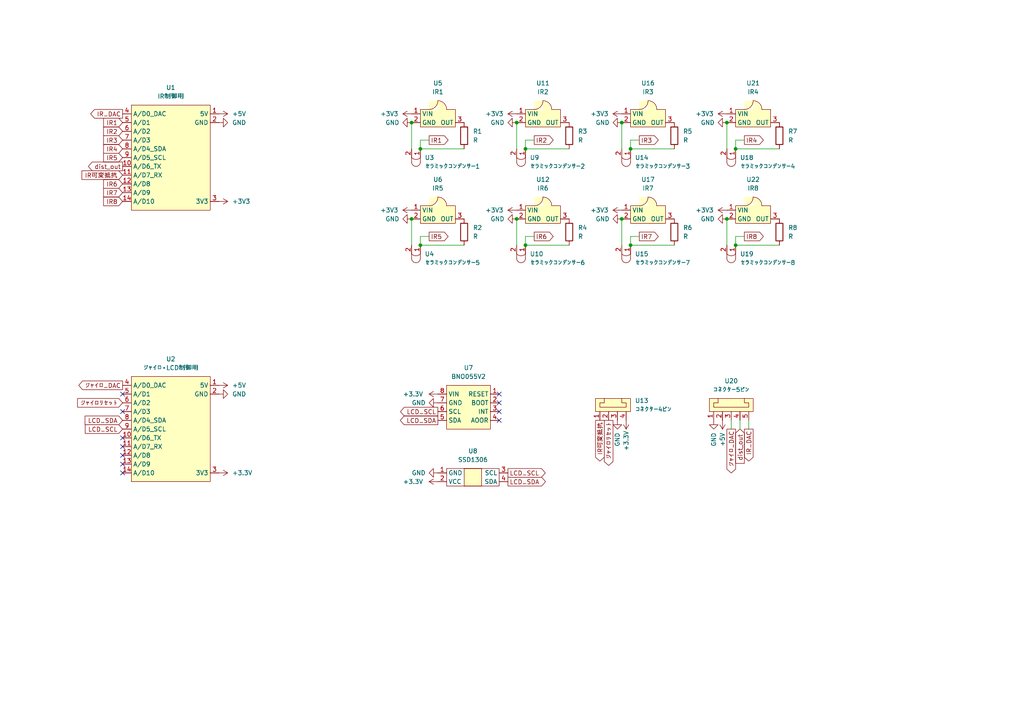
<source format=kicad_sch>
(kicad_sch (version 20211123) (generator eeschema)
  (paper "A4")
  (title_block (title "IR・ジャイロ・LCD用基板") (date "9/15") (rev "中村晟乃") (company "福岡県立宗像中学校"))
  (lib_symbols
    (symbol "Device:R" (pin_numbers hide) (pin_names (offset 0))
      (property "Reference" "R" (at 2.032 0 90))
      (property "Value" "R" (at 0 0 90))
      (symbol "R_0_1"
        (rectangle (start -1.016 -2.54) (end 1.016 2.54) (stroke (width 0.254)))
      )
      (symbol "R_1_1"
        (pin passive line (at 0 3.81 270) (length 1.27) (name "~") (number "1"))
        (pin passive line (at 0 -3.81 90) (length 1.27) (name "~") (number "2"))
      )
    )
    (symbol "power:+3.3V" (power) (pin_names (offset 0))
      (property "Value" "+3.3V" (at 0 3.556 0))
      (symbol "+3.3V_0_1"
        (polyline (pts (xy -0.762 1.27) (xy 0 2.54)))
        (polyline (pts (xy 0 0) (xy 0 2.54)))
        (polyline (pts (xy 0 2.54) (xy 0.762 1.27)))
      )
      (symbol "+3.3V_1_1"
        (pin power_in line (at 0 0 90) (length 0) hide (name "+3.3V") (number "1"))
      )
    )
    (symbol "power:+3V3" (power) (pin_names (offset 0))
      (property "Value" "+3V3" (at 0 3.556 0))
      (symbol "+3V3_0_1"
        (polyline (pts (xy -0.762 1.27) (xy 0 2.54)))
        (polyline (pts (xy 0 0) (xy 0 2.54)))
        (polyline (pts (xy 0 2.54) (xy 0.762 1.27)))
      )
      (symbol "+3V3_1_1"
        (pin power_in line (at 0 0 90) (length 0) hide (name "+3V3") (number "1"))
      )
    )
    (symbol "power:+5V" (power) (pin_names (offset 0))
      (property "Value" "+5V" (at 0 3.556 0))
      (symbol "+5V_0_1"
        (polyline (pts (xy -0.762 1.27) (xy 0 2.54)))
        (polyline (pts (xy 0 0) (xy 0 2.54)))
        (polyline (pts (xy 0 2.54) (xy 0.762 1.27)))
      )
      (symbol "+5V_1_1"
        (pin power_in line (at 0 0 90) (length 0) hide (name "+5V") (number "1"))
      )
    )
    (symbol "power:GND" (power) (pin_names (offset 0))
      (property "Value" "GND" (at 0 -3.81 0))
      (symbol "GND_0_1"
        (polyline (pts (xy 0 0) (xy 0 -1.27) (xy 1.27 -1.27) (xy 0 -2.54) (xy -1.27 -1.27) (xy 0 -1.27)))
      )
      (symbol "GND_1_1"
        (pin power_in line (at 0 0 270) (length 0) hide (name "GND") (number "1"))
      )
    )
    (symbol "自分のシンボルエディター:BNO055V2"
      (property "Reference" "U" (at 6.35 -1.27 0))
      (property "Value" "BNO055V2" (at 0 -1.27 0))
      (symbol "BNO055V2_0_1"
        (rectangle (start -6.35 -2.54) (end 6.35 -15.24) (fill (type background)))
      )
      (symbol "BNO055V2_1_1"
        (pin input line (at 8.89 -5.08 180) (length 2.54) (name "RESET") (number "1"))
        (pin input line (at 8.89 -7.62 180) (length 2.54) (name "BOOT") (number "2"))
        (pin input line (at 8.89 -10.16 180) (length 2.54) (name "INT") (number "3"))
        (pin input line (at 8.89 -12.7 180) (length 2.54) (name "AOOR") (number "4"))
        (pin input line (at -8.89 -12.7 0) (length 2.54) (name "SDA") (number "5"))
        (pin input line (at -8.89 -10.16 0) (length 2.54) (name "SCL") (number "6"))
        (pin input line (at -8.89 -7.62 0) (length 2.54) (name "GND") (number "7"))
        (pin input line (at -8.89 -5.08 0) (length 2.54) (name "VIN") (number "8"))
      )
    )
    (symbol "自分のシンボルエディター:IR素子"
      (property "Reference" "U" (at 3.81 0 0))
      (property "Value" "IR素子" (at 0 0 0))
      (symbol "IR素子_0_1"
        (arc (start -2.54 -3.81) (mid 1.7961 -5.6061) (end 0 -1.27) (fill (type background)))
        (polyline (pts (xy 2.54 -3.81) (xy 5.08 -3.81) (xy 5.08 -8.89) (xy -5.08 -8.89) (xy -5.08 -3.81) (xy -2.54 -3.81)) (fill (type background)))
        (arc (start 2.5398 -3.8102) (mid 1.7959 -2.0141) (end -0.0002 -1.2702) (fill (type background)))
      )
      (symbol "IR素子_1_1"
        (pin input line (at -7.62 -5.08 0) (length 2.54) (name "VIN") (number "1"))
        (pin input line (at -7.62 -7.62 0) (length 2.54) (name "GND") (number "2"))
        (pin input line (at 7.62 -7.62 180) (length 2.54) (name "OUT") (number "3"))
      )
    )
    (symbol "自分のシンボルエディター:SSD1306"
      (property "Reference" "U" (at 6.35 0 0))
      (property "Value" "SSD1306" (at 0 0 0))
      (symbol "SSD1306_0_1"
        (rectangle (start -2.54 -1.27) (end 2.54 -6.35) (fill (type background)))
        (polyline (pts (xy -7.62 -6.35) (xy -7.62 -1.27) (xy 7.62 -1.27) (xy 7.62 -6.35) (xy -3.81 -6.35) (xy -7.62 -6.35)))
      )
      (symbol "SSD1306_1_1"
        (pin input line (at -10.16 -2.54 0) (length 2.54) (name "GND") (number "1"))
        (pin input line (at -10.16 -5.08 0) (length 2.54) (name "VCC") (number "2"))
        (pin input line (at 10.16 -2.54 180) (length 2.54) (name "SCL") (number "3"))
        (pin input line (at 10.16 -5.08 180) (length 2.54) (name "SDA") (number "4"))
      )
    )
    (symbol "自分のシンボルエディター:seeeduino-xiaoマイコン"
      (property "Reference" "U" (at 11.43 0 0))
      (property "Value" "seeeduino-xiaoマイコン" (at 0 0 0))
      (symbol "seeeduino-xiaoマイコン_0_1"
        (rectangle (start -11.43 -1.27) (end 11.43 -31.75) (fill (type background)))
      )
      (symbol "seeeduino-xiaoマイコン_1_1"
        (pin input line (at 13.97 -3.81 180) (length 2.54) (name "5V") (number "1"))
        (pin input line (at -13.97 -19.05 0) (length 2.54) (name "A/D6_TX") (number "10"))
        (pin input line (at -13.97 -21.59 0) (length 2.54) (name "A/D7_RX") (number "11"))
        (pin input line (at -13.97 -24.13 0) (length 2.54) (name "A/D8") (number "12"))
        (pin input line (at -13.97 -26.67 0) (length 2.54) (name "A/D9") (number "13"))
        (pin input line (at -13.97 -29.21 0) (length 2.54) (name "A/D10") (number "14"))
        (pin input line (at 13.97 -6.35 180) (length 2.54) (name "GND") (number "2"))
        (pin input line (at 13.97 -29.21 180) (length 2.54) (name "3V3") (number "3"))
        (pin input line (at -13.97 -3.81 0) (length 2.54) (name "A/D0_DAC") (number "4"))
        (pin input line (at -13.97 -6.35 0) (length 2.54) (name "A/D1") (number "5"))
        (pin input line (at -13.97 -8.89 0) (length 2.54) (name "A/D2") (number "6"))
        (pin input line (at -13.97 -11.43 0) (length 2.54) (name "A/D3") (number "7"))
        (pin input line (at -13.97 -13.97 0) (length 2.54) (name "A/D4_SDA") (number "8"))
        (pin input line (at -13.97 -16.51 0) (length 2.54) (name "A/D5_SCL") (number "9"))
      )
    )
    (symbol "自分のシンボルエディター:コネクター4ピン"
      (property "Reference" "U" (at 6.35 0 0))
      (property "Value" "コネクター4ピン" (at 0 0 0))
      (symbol "コネクター4ピン_0_1"
        (rectangle (start -5.08 -1.27) (end 5.08 -5.08) (fill (type background)))
        (polyline (pts (xy -2.54 -2.54) (xy -2.54 -1.27)))
        (polyline (pts (xy -2.54 -2.54) (xy -3.81 -2.54) (xy -3.81 -3.81) (xy 3.81 -3.81) (xy 3.81 -2.54) (xy 2.54 -2.54) (xy 2.54 -1.27)))
      )
      (symbol "コネクター4ピン_1_1"
        (pin input line (at -3.81 -7.62 90) (length 2.54) (name "") (number "1"))
        (pin input line (at -1.27 -7.62 90) (length 2.54) (name "") (number "2"))
        (pin input line (at 1.27 -7.62 90) (length 2.54) (name "") (number "3"))
        (pin input line (at 3.81 -7.62 90) (length 2.54) (name "") (number "4"))
      )
    )
    (symbol "自分のシンボルエディター:コネクター5ピン"
      (property "Reference" "U" (at 6.35 0 0))
      (property "Value" "コネクター5ピン" (at 0 0 0))
      (symbol "コネクター5ピン_0_1"
        (rectangle (start -6.35 -1.27) (end 6.35 -5.08) (fill (type background)))
        (polyline (pts (xy -3.81 -2.54) (xy -3.81 -1.27)))
        (polyline (pts (xy -3.81 -2.54) (xy -5.08 -2.54) (xy -5.08 -3.81) (xy 5.08 -3.81) (xy 5.08 -2.54) (xy 3.81 -2.54) (xy 3.81 -1.27)))
      )
      (symbol "コネクター5ピン_1_1"
        (pin input line (at -5.08 -7.62 90) (length 2.54) (name "") (number "1"))
        (pin input line (at -2.54 -7.62 90) (length 2.54) (name "") (number "2"))
        (pin input line (at 0 -7.62 90) (length 2.54) (name "") (number "3"))
        (pin input line (at 2.54 -7.62 90) (length 2.54) (name "") (number "4"))
        (pin input line (at 5.08 -7.62 90) (length 2.54) (name "") (number "5"))
      )
    )
    (symbol "自分のシンボルエディター:セラミックコンデンサー"
      (property "Reference" "U" (at 8.89 0 0))
      (property "Value" "セラミックコンデンサー" (at 0 0 0))
      (symbol "セラミックコンデンサー_0_1"
        (arc (start 0 -1.27) (mid -0.898 -1.642) (end -1.27 -2.54))
        (polyline (pts (xy -1.27 -2.54) (xy -1.27 -3.81)))
        (polyline (pts (xy 1.27 -2.54) (xy 1.27 -3.81)))
        (arc (start 1.27 -3.81) (mid 0 -3.284) (end -1.27 -3.81))
        (arc (start 1.2701 -2.5399) (mid 0.8981 -1.6419) (end 0.0001 -1.2699))
      )
      (symbol "セラミックコンデンサー_1_1"
        (pin input line (at -1.27 -6.35 90) (length 2.54) (name "") (number "1"))
        (pin input line (at 1.27 -6.35 90) (length 2.54) (name "") (number "2"))
      )
    )
  )
  (junction (at 210.82 35.56))
  (junction (at 210.82 63.5))
  (junction (at 119.38 35.56))
  (junction (at 213.36 71.12))
  (junction (at 119.38 63.5))
  (junction (at 182.88 43.18))
  (junction (at 182.88 71.12))
  (junction (at 149.86 35.56))
  (junction (at 213.36 43.18))
  (junction (at 149.86 63.5))
  (junction (at 121.92 71.12))
  (junction (at 152.4 43.18))
  (junction (at 152.4 71.12))
  (junction (at 180.34 35.56))
  (junction (at 180.34 63.5))
  (junction (at 121.92 43.18))
  (no_connect (at 35.56 119.38))
  (no_connect (at 144.78 121.92))
  (no_connect (at 35.56 114.3))
  (no_connect (at 144.78 114.3))
  (no_connect (at 35.56 132.08))
  (no_connect (at 35.56 129.54))
  (no_connect (at 35.56 134.62))
  (no_connect (at 35.56 137.16))
  (no_connect (at 35.56 127))
  (no_connect (at 144.78 116.84))
  (no_connect (at 144.78 119.38))
  (wire (pts (xy 182.88 71.12) (xy 195.58 71.12)))
  (wire (pts (xy 154.94 40.64) (xy 152.4 40.64)))
  (wire (pts (xy 215.9 68.58) (xy 213.36 68.58)))
  (wire (pts (xy 124.46 68.58) (xy 121.92 68.58)))
  (wire (pts (xy 210.82 63.5) (xy 210.82 71.12)))
  (wire (pts (xy 214.63 124.46) (xy 214.63 121.92)))
  (wire (pts (xy 213.36 40.64) (xy 213.36 43.18)))
  (wire (pts (xy 149.86 35.56) (xy 149.86 43.18)))
  (wire (pts (xy 182.88 43.18) (xy 195.58 43.18)))
  (wire (pts (xy 182.88 68.58) (xy 182.88 71.12)))
  (wire (pts (xy 213.36 43.18) (xy 226.06 43.18)))
  (wire (pts (xy 121.92 40.64) (xy 121.92 43.18)))
  (wire (pts (xy 185.42 68.58) (xy 182.88 68.58)))
  (wire (pts (xy 152.4 40.64) (xy 152.4 43.18)))
  (wire (pts (xy 152.4 71.12) (xy 165.1 71.12)))
  (wire (pts (xy 182.88 40.64) (xy 182.88 43.18)))
  (wire (pts (xy 212.09 124.46) (xy 212.09 121.92)))
  (wire (pts (xy 124.46 40.64) (xy 121.92 40.64)))
  (wire (pts (xy 180.34 35.56) (xy 180.34 43.18)))
  (wire (pts (xy 152.4 43.18) (xy 165.1 43.18)))
  (wire (pts (xy 185.42 40.64) (xy 182.88 40.64)))
  (wire (pts (xy 119.38 35.56) (xy 119.38 43.18)))
  (wire (pts (xy 121.92 71.12) (xy 134.62 71.12)))
  (wire (pts (xy 180.34 63.5) (xy 180.34 71.12)))
  (wire (pts (xy 152.4 68.58) (xy 152.4 71.12)))
  (wire (pts (xy 213.36 71.12) (xy 226.06 71.12)))
  (wire (pts (xy 119.38 63.5) (xy 119.38 71.12)))
  (wire (pts (xy 154.94 68.58) (xy 152.4 68.58)))
  (wire (pts (xy 210.82 35.56) (xy 210.82 43.18)))
  (wire (pts (xy 217.17 124.46) (xy 217.17 121.92)))
  (wire (pts (xy 215.9 40.64) (xy 213.36 40.64)))
  (wire (pts (xy 149.86 63.5) (xy 149.86 71.12)))
  (wire (pts (xy 121.92 68.58) (xy 121.92 71.12)))
  (wire (pts (xy 213.36 68.58) (xy 213.36 71.12)))
  (wire (pts (xy 121.92 43.18) (xy 134.62 43.18)))
  (global_label "ジャイロ＿DAC" (shape output) (at 212.09 124.46 270) (property "Intersheet References" "${INTERSHEET_REFS}" (effects hide)))
  (global_label "IR3" (shape input) (at 35.56 40.64 180) (property "Intersheet References" "${INTERSHEET_REFS}" (effects hide)))
  (global_label "IR8" (shape input) (at 35.56 58.42 180) (property "Intersheet References" "${INTERSHEET_REFS}" (effects hide)))
  (global_label "IR4" (shape input) (at 35.56 43.18 180) (property "Intersheet References" "${INTERSHEET_REFS}" (effects hide)))
  (global_label "IR5" (shape output) (at 124.46 68.58 0) (property "Intersheet References" "${INTERSHEET_REFS}" (effects hide)))
  (global_label "ジャイロ＿DAC" (shape output) (at 35.56 111.76 180) (property "Intersheet References" "${INTERSHEET_REFS}" (effects hide)))
  (global_label "IR7" (shape output) (at 185.42 68.58 0) (property "Intersheet References" "${INTERSHEET_REFS}" (effects hide)))
  (global_label "IR1" (shape input) (at 35.56 35.56 180) (property "Intersheet References" "${INTERSHEET_REFS}" (effects hide)))
  (global_label "IR1" (shape output) (at 124.46 40.64 0) (property "Intersheet References" "${INTERSHEET_REFS}" (effects hide)))
  (global_label "LCD＿SCL" (shape input) (at 35.56 124.46 180) (property "Intersheet References" "${INTERSHEET_REFS}" (effects hide)))
  (global_label "LCD＿SCL" (shape output) (at 127 119.38 180) (property "Intersheet References" "${INTERSHEET_REFS}" (effects hide)))
  (global_label "IR＿DAC" (shape output) (at 217.17 124.46 270) (property "Intersheet References" "${INTERSHEET_REFS}" (effects hide)))
  (global_label "dist_out" (shape output) (at 35.56 48.26 180) (property "Intersheet References" "${INTERSHEET_REFS}" (effects hide)))
  (global_label "dist_out" (shape input) (at 214.63 124.46 270) (property "Intersheet References" "${INTERSHEET_REFS}" (effects hide)))
  (global_label "IR可変抵抗" (shape input) (at 35.56 50.8 180) (property "Intersheet References" "${INTERSHEET_REFS}" (effects hide)))
  (global_label "IR4" (shape output) (at 215.9 40.64 0) (property "Intersheet References" "${INTERSHEET_REFS}" (effects hide)))
  (global_label "IR5" (shape input) (at 35.56 45.72 180) (property "Intersheet References" "${INTERSHEET_REFS}" (effects hide)))
  (global_label "IR3" (shape output) (at 185.42 40.64 0) (property "Intersheet References" "${INTERSHEET_REFS}" (effects hide)))
  (global_label "IR6" (shape input) (at 35.56 53.34 180) (property "Intersheet References" "${INTERSHEET_REFS}" (effects hide)))
  (global_label "LCD＿SDA" (shape output) (at 127 121.92 180) (property "Intersheet References" "${INTERSHEET_REFS}" (effects hide)))
  (global_label "IR＿DAC" (shape output) (at 35.56 33.02 180) (property "Intersheet References" "${INTERSHEET_REFS}" (effects hide)))
  (global_label "IR2" (shape output) (at 154.94 40.64 0) (property "Intersheet References" "${INTERSHEET_REFS}" (effects hide)))
  (global_label "ジャイロリセット" (shape output) (at 176.53 121.92 270) (property "Intersheet References" "${INTERSHEET_REFS}" (effects hide)))
  (global_label "IR可変抵抗" (shape output) (at 173.99 121.92 270) (property "Intersheet References" "${INTERSHEET_REFS}" (effects hide)))
  (global_label "IR7" (shape input) (at 35.56 55.88 180) (property "Intersheet References" "${INTERSHEET_REFS}" (effects hide)))
  (global_label "IR2" (shape input) (at 35.56 38.1 180) (property "Intersheet References" "${INTERSHEET_REFS}" (effects hide)))
  (global_label "IR6" (shape output) (at 154.94 68.58 0) (property "Intersheet References" "${INTERSHEET_REFS}" (effects hide)))
  (global_label "ジャイロリセット" (shape input) (at 35.56 116.84 180) (property "Intersheet References" "${INTERSHEET_REFS}" (effects hide)))
  (global_label "LCD＿SDA" (shape output) (at 147.32 139.7 0) (property "Intersheet References" "${INTERSHEET_REFS}" (effects hide)))
  (global_label "IR8" (shape output) (at 215.9 68.58 0) (property "Intersheet References" "${INTERSHEET_REFS}" (effects hide)))
  (global_label "LCD＿SCL" (shape output) (at 147.32 137.16 0) (property "Intersheet References" "${INTERSHEET_REFS}" (effects hide)))
  (global_label "LCD＿SDA" (shape input) (at 35.56 121.92 180) (property "Intersheet References" "${INTERSHEET_REFS}" (effects hide)))
  (symbol (lib_id "power:+3.3V") (at 127 139.7 90) (unit 1)
    (property "Reference" "#PWR0128" (effects hide))
    (property "Value" "+3.3V" (at 116.84 139.7 90) (effects (justify right)))
  )
  (symbol (lib_id "power:GND") (at 119.38 63.5 270) (unit 1)
    (property "Reference" "#PWR0125" (effects hide))
    (property "Value" "GND" (at 111.76 63.5 90) (effects (justify left)))
  )
  (symbol (lib_id "power:GND") (at 127 137.16 270) (unit 1)
    (property "Reference" "#PWR0129" (effects hide))
    (property "Value" "GND" (at 119.38 137.16 90) (effects (justify left)))
  )
  (symbol (lib_id "power:+3V3") (at 119.38 33.02 90) (unit 1)
    (property "Reference" "#PWR0112" (effects hide))
    (property "Value" "+3V3" (at 115.57 33.0201 90) (effects (justify left)))
  )
  (symbol (lib_id "power:GND") (at 180.34 35.56 270) (unit 1)
    (property "Reference" "#PWR0115" (effects hide))
    (property "Value" "GND" (at 172.72 35.56 90) (effects (justify left)))
  )
  (symbol (lib_id "power:+3V3") (at 180.34 33.02 90) (unit 1)
    (property "Reference" "#PWR0116" (effects hide))
    (property "Value" "+3V3" (at 176.53 33.0201 90) (effects (justify left)))
  )
  (symbol (lib_id "power:+3V3") (at 210.82 60.96 90) (unit 1)
    (property "Reference" "#PWR0118" (effects hide))
    (property "Value" "+3V3" (at 207.01 60.9601 90) (effects (justify left)))
  )
  (symbol (lib_id "自分のシンボルエディター:BNO055V2") (at 135.89 109.22 0) (unit 1)
    (property "Reference" "U7" (at 135.89 106.68 0))
    (property "Value" "BNO055V2" (at 135.89 109.22 0))
    (property "Footprint" "自分のフットプリント:BNO055V2" (effects hide))
  )
  (symbol (lib_id "自分のシンボルエディター:IR素子") (at 218.44 55.88 0) (unit 1)
    (property "Reference" "U22" (at 218.44 52.07 0))
    (property "Value" "IR8" (at 218.44 54.61 0))
    (property "Footprint" "自分のフットプリント:IR素子" (effects hide))
  )
  (symbol (lib_id "power:+3.3V") (at 181.61 121.92 180) (unit 1)
    (property "Reference" "#PWR0126" (effects hide))
    (property "Value" "+3.3V" (at 181.61 130.81 90) (effects (justify right)))
  )
  (symbol (lib_id "自分のシンボルエディター:IR素子") (at 157.48 27.94 0) (unit 1)
    (property "Reference" "U11" (at 157.48 24.13 0))
    (property "Value" "IR2" (at 157.48 26.67 0))
    (property "Footprint" "自分のフットプリント:IR素子" (effects hide))
  )
  (symbol (lib_id "Device:R") (at 134.62 39.37 0) (unit 1)
    (property "Reference" "R1" (at 137.16 38.0999 0) (effects (justify left)))
    (property "Value" "R" (at 137.16 40.6399 0) (effects (justify left)))
    (property "Footprint" "自分のフットプリント:抵抗" (effects hide))
  )
  (symbol (lib_id "Device:R") (at 226.06 67.31 0) (unit 1)
    (property "Reference" "R8" (at 228.6 66.0399 0) (effects (justify left)))
    (property "Value" "R" (at 228.6 68.5799 0) (effects (justify left)))
    (property "Footprint" "自分のフットプリント:抵抗" (effects hide))
  )
  (symbol (lib_id "自分のシンボルエディター:セラミックコンデンサー") (at 120.65 77.47 180) (unit 1)
    (property "Reference" "U4" (at 123.19 73.6599 0) (effects (justify right)))
    (property "Value" "セラミックコンデンサー5" (at 123.19 76.1999 0) (effects (justify right)))
    (property "Footprint" "自分のフットプリント:セラミックコンデンサー" (effects hide))
  )
  (symbol (lib_id "自分のシンボルエディター:セラミックコンデンサー") (at 181.61 49.53 180) (unit 1)
    (property "Reference" "U14" (at 184.15 45.7199 0) (effects (justify right)))
    (property "Value" "セラミックコンデンサー3" (at 184.15 48.2599 0) (effects (justify right)))
    (property "Footprint" "自分のフットプリント:セラミックコンデンサー" (effects hide))
  )
  (symbol (lib_id "power:+5V") (at 63.5 111.76 270) (unit 1)
    (property "Reference" "#PWR0105" (effects hide))
    (property "Value" "+5V" (at 67.31 111.7599 90) (effects (justify left)))
  )
  (symbol (lib_id "Device:R") (at 195.58 39.37 0) (unit 1)
    (property "Reference" "R5" (at 198.12 38.0999 0) (effects (justify left)))
    (property "Value" "R" (at 198.12 40.6399 0) (effects (justify left)))
    (property "Footprint" "自分のフットプリント:抵抗" (effects hide))
  )
  (symbol (lib_id "Device:R") (at 226.06 39.37 0) (unit 1)
    (property "Reference" "R7" (at 228.6 38.0999 0) (effects (justify left)))
    (property "Value" "R" (at 228.6 40.6399 0) (effects (justify left)))
    (property "Footprint" "自分のフットプリント:抵抗" (effects hide))
  )
  (symbol (lib_id "power:GND") (at 210.82 63.5 270) (unit 1)
    (property "Reference" "#PWR0117" (effects hide))
    (property "Value" "GND" (at 203.2 63.5 90) (effects (justify left)))
  )
  (symbol (lib_id "power:+3V3") (at 149.86 60.96 90) (unit 1)
    (property "Reference" "#PWR0108" (effects hide))
    (property "Value" "+3V3" (at 146.05 60.9601 90) (effects (justify left)))
  )
  (symbol (lib_id "power:GND") (at 149.86 35.56 270) (unit 1)
    (property "Reference" "#PWR0110" (effects hide))
    (property "Value" "GND" (at 142.24 35.56 90) (effects (justify left)))
  )
  (symbol (lib_id "自分のシンボルエディター:コネクター5ピン") (at 212.09 114.3 0) (unit 1)
    (property "Reference" "U20" (at 212.09 110.49 0))
    (property "Value" "コネクター5ピン" (at 212.09 113.03 0))
    (property "Footprint" "自分のフットプリント:L字コネクター5ピン" (effects hide))
  )
  (symbol (lib_id "自分のシンボルエディター:コネクター4ピン") (at 177.8 114.3 0) (unit 1)
    (property "Reference" "U13" (at 184.15 116.2049 0) (effects (justify left)))
    (property "Value" "コネクター4ピン" (at 184.15 118.7449 0) (effects (justify left)))
    (property "Footprint" "自分のフットプリント:コネクター4ピン" (effects hide))
  )
  (symbol (lib_id "自分のシンボルエディター:IR素子") (at 127 27.94 0) (unit 1)
    (property "Reference" "U5" (at 127 24.13 0))
    (property "Value" "IR1" (at 127 26.67 0))
    (property "Footprint" "自分のフットプリント:IR素子" (effects hide))
  )
  (symbol (lib_id "power:+3V3") (at 119.38 60.96 90) (unit 1)
    (property "Reference" "#PWR0124" (effects hide))
    (property "Value" "+3V3" (at 115.57 60.9601 90) (effects (justify left)))
  )
  (symbol (lib_id "power:+3V3") (at 63.5 58.42 270) (unit 1)
    (property "Reference" "#PWR0101" (effects hide))
    (property "Value" "+3V3" (at 67.31 58.4199 90) (effects (justify left)))
  )
  (symbol (lib_id "自分のシンボルエディター:セラミックコンデンサー") (at 151.13 77.47 180) (unit 1)
    (property "Reference" "U10" (at 153.67 73.6599 0) (effects (justify right)))
    (property "Value" "セラミックコンデンサー6" (at 153.67 76.1999 0) (effects (justify right)))
    (property "Footprint" "自分のフットプリント:セラミックコンデンサー" (effects hide))
  )
  (symbol (lib_id "自分のシンボルエディター:seeeduino-xiaoマイコン") (at 49.53 29.21 0) (unit 1)
    (property "Reference" "U1" (at 49.53 25.4 0))
    (property "Value" "IR制御用" (at 49.53 27.94 0))
    (property "Footprint" "自分のフットプリント:seeeduino-xiaoマイコン" (effects hide))
  )
  (symbol (lib_id "自分のシンボルエディター:セラミックコンデンサー") (at 151.13 49.53 180) (unit 1)
    (property "Reference" "U9" (at 153.67 45.7199 0) (effects (justify right)))
    (property "Value" "セラミックコンデンサー2" (at 153.67 48.2599 0) (effects (justify right)))
    (property "Footprint" "自分のフットプリント:セラミックコンデンサー" (effects hide))
  )
  (symbol (lib_id "power:GND") (at 127 116.84 270) (unit 1)
    (property "Reference" "#PWR0127" (effects hide))
    (property "Value" "GND" (at 119.38 116.84 90) (effects (justify left)))
  )
  (symbol (lib_id "自分のシンボルエディター:セラミックコンデンサー") (at 181.61 77.47 180) (unit 1)
    (property "Reference" "U15" (at 184.15 73.6599 0) (effects (justify right)))
    (property "Value" "セラミックコンデンサー7" (at 184.15 76.1999 0) (effects (justify right)))
    (property "Footprint" "自分のフットプリント:セラミックコンデンサー" (effects hide))
  )
  (symbol (lib_id "power:GND") (at 63.5 35.56 90) (unit 1)
    (property "Reference" "#PWR0102" (effects hide))
    (property "Value" "GND" (at 67.31 35.5599 90) (effects (justify right)))
  )
  (symbol (lib_id "power:GND") (at 119.38 35.56 270) (unit 1)
    (property "Reference" "#PWR0111" (effects hide))
    (property "Value" "GND" (at 111.76 35.56 90) (effects (justify left)))
  )
  (symbol (lib_id "自分のシンボルエディター:seeeduino-xiaoマイコン") (at 49.53 107.95 0) (unit 1)
    (property "Reference" "U2" (at 49.53 104.14 0))
    (property "Value" "ジャイロ・LCD制御用" (at 49.53 106.68 0))
    (property "Footprint" "自分のフットプリント:seeeduino-xiaoマイコン" (effects hide))
  )
  (symbol (lib_id "power:GND") (at 149.86 63.5 270) (unit 1)
    (property "Reference" "#PWR0107" (effects hide))
    (property "Value" "GND" (at 142.24 63.5 90) (effects (justify left)))
  )
  (symbol (lib_id "power:GND") (at 207.01 121.92 0) (mirror y) (unit 1)
    (property "Reference" "#PWR0122" (effects hide))
    (property "Value" "GND" (at 207.01 129.54 90) (effects (justify left)))
  )
  (symbol (lib_id "power:GND") (at 210.82 35.56 270) (unit 1)
    (property "Reference" "#PWR0119" (effects hide))
    (property "Value" "GND" (at 203.2 35.56 90) (effects (justify left)))
  )
  (symbol (lib_id "自分のシンボルエディター:セラミックコンデンサー") (at 212.09 49.53 180) (unit 1)
    (property "Reference" "U18" (at 214.63 45.7199 0) (effects (justify right)))
    (property "Value" "セラミックコンデンサー4" (at 214.63 48.2599 0) (effects (justify right)))
    (property "Footprint" "自分のフットプリント:セラミックコンデンサー" (effects hide))
  )
  (symbol (lib_id "power:GND") (at 179.07 121.92 0) (unit 1)
    (property "Reference" "#PWR0123" (effects hide))
    (property "Value" "GND" (at 179.07 129.54 90) (effects (justify left)))
  )
  (symbol (lib_id "power:+5V") (at 209.55 121.92 0) (mirror x) (unit 1)
    (property "Reference" "#PWR0121" (effects hide))
    (property "Value" "+5V" (at 209.55 129.54 90) (effects (justify right)))
  )
  (symbol (lib_id "Device:R") (at 165.1 39.37 0) (unit 1)
    (property "Reference" "R3" (at 167.64 38.0999 0) (effects (justify left)))
    (property "Value" "R" (at 167.64 40.6399 0) (effects (justify left)))
    (property "Footprint" "自分のフットプリント:抵抗" (effects hide))
  )
  (symbol (lib_id "自分のシンボルエディター:SSD1306") (at 137.16 134.62 0) (unit 1)
    (property "Reference" "U8" (at 137.16 130.81 0))
    (property "Value" "SSD1306" (at 137.16 133.35 0))
    (property "Footprint" "自分のフットプリント:SSD1306" (effects hide))
  )
  (symbol (lib_id "Device:R") (at 165.1 67.31 0) (unit 1)
    (property "Reference" "R4" (at 167.64 66.0399 0) (effects (justify left)))
    (property "Value" "R" (at 167.64 68.5799 0) (effects (justify left)))
    (property "Footprint" "自分のフットプリント:抵抗" (effects hide))
  )
  (symbol (lib_id "power:GND") (at 63.5 114.3 90) (unit 1)
    (property "Reference" "#PWR0104" (effects hide))
    (property "Value" "GND" (at 67.31 114.2999 90) (effects (justify right)))
  )
  (symbol (lib_id "power:+3.3V") (at 63.5 137.16 270) (unit 1)
    (property "Reference" "#PWR0106" (effects hide))
    (property "Value" "+3.3V" (at 67.31 137.1599 90) (effects (justify left)))
  )
  (symbol (lib_id "自分のシンボルエディター:IR素子") (at 187.96 27.94 0) (unit 1)
    (property "Reference" "U16" (at 187.96 24.13 0))
    (property "Value" "IR3" (at 187.96 26.67 0))
    (property "Footprint" "自分のフットプリント:IR素子" (effects hide))
  )
  (symbol (lib_id "自分のシンボルエディター:IR素子") (at 218.44 27.94 0) (unit 1)
    (property "Reference" "U21" (at 218.44 24.13 0))
    (property "Value" "IR4" (at 218.44 26.67 0))
    (property "Footprint" "自分のフットプリント:IR素子" (effects hide))
  )
  (symbol (lib_id "Device:R") (at 195.58 67.31 0) (unit 1)
    (property "Reference" "R6" (at 198.12 66.0399 0) (effects (justify left)))
    (property "Value" "R" (at 198.12 68.5799 0) (effects (justify left)))
    (property "Footprint" "自分のフットプリント:抵抗" (effects hide))
  )
  (symbol (lib_id "自分のシンボルエディター:セラミックコンデンサー") (at 120.65 49.53 180) (unit 1)
    (property "Reference" "U3" (at 123.19 45.7199 0) (effects (justify right)))
    (property "Value" "セラミックコンデンサー1" (at 123.19 48.2599 0) (effects (justify right)))
    (property "Footprint" "自分のフットプリント:セラミックコンデンサー" (effects hide))
  )
  (symbol (lib_id "power:+3.3V") (at 127 114.3 90) (unit 1)
    (property "Reference" "#PWR0130" (effects hide))
    (property "Value" "+3.3V" (at 116.84 114.3 90) (effects (justify right)))
  )
  (symbol (lib_id "power:+3V3") (at 210.82 33.02 90) (unit 1)
    (property "Reference" "#PWR0120" (effects hide))
    (property "Value" "+3V3" (at 207.01 33.0201 90) (effects (justify left)))
  )
  (symbol (lib_id "power:+3V3") (at 149.86 33.02 90) (unit 1)
    (property "Reference" "#PWR0109" (effects hide))
    (property "Value" "+3V3" (at 146.05 33.0201 90) (effects (justify left)))
  )
  (symbol (lib_id "自分のシンボルエディター:IR素子") (at 127 55.88 0) (unit 1)
    (property "Reference" "U6" (at 127 52.07 0))
    (property "Value" "IR5" (at 127 54.61 0))
    (property "Footprint" "自分のフットプリント:IR素子" (effects hide))
  )
  (symbol (lib_id "power:+5V") (at 63.5 33.02 270) (unit 1)
    (property "Reference" "#PWR0103" (effects hide))
    (property "Value" "+5V" (at 67.31 33.0199 90) (effects (justify left)))
  )
  (symbol (lib_id "自分のシンボルエディター:IR素子") (at 157.48 55.88 0) (unit 1)
    (property "Reference" "U12" (at 157.48 52.07 0))
    (property "Value" "IR6" (at 157.48 54.61 0))
    (property "Footprint" "自分のフットプリント:IR素子" (effects hide))
  )
  (symbol (lib_id "power:+3V3") (at 180.34 60.96 90) (unit 1)
    (property "Reference" "#PWR0114" (effects hide))
    (property "Value" "+3V3" (at 176.53 60.9601 90) (effects (justify left)))
  )
  (symbol (lib_id "自分のシンボルエディター:セラミックコンデンサー") (at 212.09 77.47 180) (unit 1)
    (property "Reference" "U19" (at 214.63 73.6599 0) (effects (justify right)))
    (property "Value" "セラミックコンデンサー8" (at 214.63 76.1999 0) (effects (justify right)))
    (property "Footprint" "自分のフットプリント:セラミックコンデンサー" (effects hide))
  )
  (symbol (lib_id "power:GND") (at 180.34 63.5 270) (unit 1)
    (property "Reference" "#PWR0113" (effects hide))
    (property "Value" "GND" (at 172.72 63.5 90) (effects (justify left)))
  )
  (symbol (lib_id "Device:R") (at 134.62 67.31 0) (unit 1)
    (property "Reference" "R2" (at 137.16 66.0399 0) (effects (justify left)))
    (property "Value" "R" (at 137.16 68.5799 0) (effects (justify left)))
    (property "Footprint" "自分のフットプリント:抵抗" (effects hide))
  )
  (symbol (lib_id "自分のシンボルエディター:IR素子") (at 187.96 55.88 0) (unit 1)
    (property "Reference" "U17" (at 187.96 52.07 0))
    (property "Value" "IR7" (at 187.96 54.61 0))
    (property "Footprint" "自分のフットプリント:IR素子" (effects hide))
  )
)
</source>
